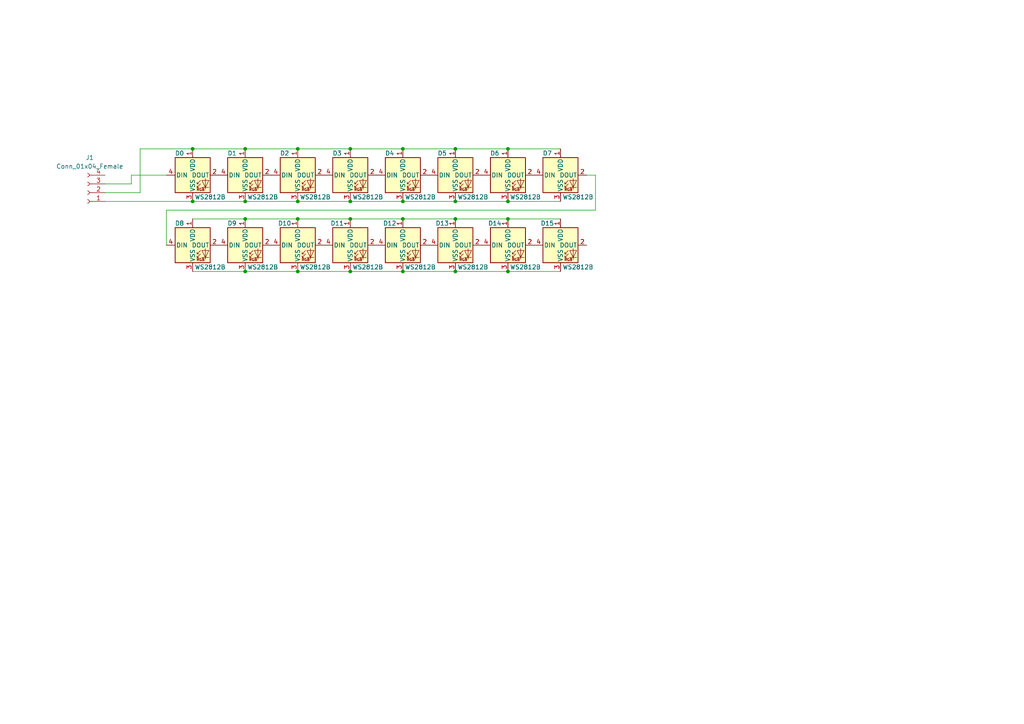
<source format=kicad_sch>
(kicad_sch (version 20211123) (generator eeschema)
  (paper "A4")
  (lib_symbols
    (symbol "Connector:Conn_01x04_Female" (pin_names (offset 1.016) hide)
      (property "Reference" "J" (at 0 5.08 0))
      (property "Value" "Conn_01x04_Female" (at 0 -7.62 0))
      (symbol "Conn_01x04_Female_1_1"
        (arc (start 0 -4.572) (mid -0.508 -5.08) (end 0 -5.588) (stroke (width 0.1524)))
        (arc (start 0 -2.032) (mid -0.508 -2.54) (end 0 -3.048) (stroke (width 0.1524)))
        (polyline (pts (xy -1.27 -5.08) (xy -0.508 -5.08)) (stroke (width 0.1524)))
        (polyline (pts (xy -1.27 -2.54) (xy -0.508 -2.54)) (stroke (width 0.1524)))
        (polyline (pts (xy -1.27 0) (xy -0.508 0)) (stroke (width 0.1524)))
        (polyline (pts (xy -1.27 2.54) (xy -0.508 2.54)) (stroke (width 0.1524)))
        (arc (start 0 0.508) (mid -0.508 0) (end 0 -0.508) (stroke (width 0.1524)))
        (arc (start 0 3.048) (mid -0.508 2.54) (end 0 2.032) (stroke (width 0.1524)))
        (pin passive line (at -5.08 2.54 0) (length 3.81) (name "Pin_1") (number "1"))
        (pin passive line (at -5.08 0 0) (length 3.81) (name "Pin_2") (number "2"))
        (pin passive line (at -5.08 -2.54 0) (length 3.81) (name "Pin_3") (number "3"))
        (pin passive line (at -5.08 -5.08 0) (length 3.81) (name "Pin_4") (number "4"))
      )
    )
    (symbol "LED:WS2812B" (pin_names (offset 0.254))
      (property "Reference" "D" (at 5.08 5.715 0))
      (property "Value" "WS2812B" (at 1.27 -5.715 0))
      (symbol "WS2812B_0_0"
        (text "RGB" (at 2.286 -4.191 0) (effects (font (size 0.762 0.762))))
      )
      (symbol "WS2812B_0_1"
        (polyline (pts (xy 1.27 -3.556) (xy 1.778 -3.556)))
        (polyline (pts (xy 1.27 -2.54) (xy 1.778 -2.54)))
        (polyline (pts (xy 4.699 -3.556) (xy 2.667 -3.556)))
        (polyline (pts (xy 2.286 -2.54) (xy 1.27 -3.556) (xy 1.27 -3.048)))
        (polyline (pts (xy 2.286 -1.524) (xy 1.27 -2.54) (xy 1.27 -2.032)))
        (polyline (pts (xy 3.683 -1.016) (xy 3.683 -3.556) (xy 3.683 -4.064)))
        (polyline (pts (xy 4.699 -1.524) (xy 2.667 -1.524) (xy 3.683 -3.556) (xy 4.699 -1.524)))
        (rectangle (start 5.08 5.08) (end -5.08 -5.08) (stroke (width 0.254)) (fill (type background)))
      )
      (symbol "WS2812B_1_1"
        (pin power_in line (at 0 7.62 270) (length 2.54) (name "VDD") (number "1"))
        (pin output line (at 7.62 0 180) (length 2.54) (name "DOUT") (number "2"))
        (pin power_in line (at 0 -7.62 90) (length 2.54) (name "VSS") (number "3"))
        (pin input line (at -7.62 0 0) (length 2.54) (name "DIN") (number "4"))
      )
    )
  )
  (junction (at 116.84 63.5))
  (junction (at 147.32 78.74))
  (junction (at 147.32 63.5))
  (junction (at 101.6 43.18))
  (junction (at 132.08 43.18))
  (junction (at 71.12 43.18))
  (junction (at 147.32 58.42))
  (junction (at 101.6 63.5))
  (junction (at 86.36 78.74))
  (junction (at 132.08 78.74))
  (junction (at 86.36 63.5))
  (junction (at 101.6 58.42))
  (junction (at 86.36 58.42))
  (junction (at 55.88 43.18))
  (junction (at 71.12 78.74))
  (junction (at 116.84 78.74))
  (junction (at 116.84 58.42))
  (junction (at 71.12 58.42))
  (junction (at 116.84 43.18))
  (junction (at 132.08 63.5))
  (junction (at 147.32 43.18))
  (junction (at 55.88 58.42))
  (junction (at 132.08 58.42))
  (junction (at 86.36 43.18))
  (junction (at 101.6 78.74))
  (junction (at 71.12 63.5))
  (wire (pts (xy 101.6 58.42) (xy 116.84 58.42)))
  (wire (pts (xy 147.32 58.42) (xy 162.56 58.42)))
  (wire (pts (xy 132.08 63.5) (xy 147.32 63.5)))
  (wire (pts (xy 71.12 63.5) (xy 86.36 63.5)))
  (wire (pts (xy 30.48 58.42) (xy 55.88 58.42)))
  (wire (pts (xy 86.36 58.42) (xy 101.6 58.42)))
  (wire (pts (xy 116.84 78.74) (xy 132.08 78.74)))
  (wire (pts (xy 30.48 55.88) (xy 40.64 55.88)))
  (wire (pts (xy 116.84 58.42) (xy 132.08 58.42)))
  (wire (pts (xy 38.1 50.8) (xy 48.26 50.8)))
  (wire (pts (xy 55.88 58.42) (xy 71.12 58.42)))
  (wire (pts (xy 71.12 43.18) (xy 86.36 43.18)))
  (wire (pts (xy 101.6 78.74) (xy 116.84 78.74)))
  (wire (pts (xy 86.36 63.5) (xy 101.6 63.5)))
  (wire (pts (xy 71.12 58.42) (xy 86.36 58.42)))
  (wire (pts (xy 132.08 78.74) (xy 147.32 78.74)))
  (wire (pts (xy 132.08 43.18) (xy 147.32 43.18)))
  (wire (pts (xy 132.08 58.42) (xy 147.32 58.42)))
  (wire (pts (xy 40.64 55.88) (xy 40.64 43.18)))
  (wire (pts (xy 55.88 78.74) (xy 71.12 78.74)))
  (wire (pts (xy 172.72 60.96) (xy 172.72 50.8)))
  (wire (pts (xy 86.36 78.74) (xy 101.6 78.74)))
  (wire (pts (xy 147.32 63.5) (xy 162.56 63.5)))
  (wire (pts (xy 40.64 43.18) (xy 55.88 43.18)))
  (wire (pts (xy 101.6 63.5) (xy 116.84 63.5)))
  (wire (pts (xy 48.26 71.12) (xy 48.26 60.96)))
  (wire (pts (xy 38.1 53.34) (xy 38.1 50.8)))
  (wire (pts (xy 101.6 43.18) (xy 116.84 43.18)))
  (wire (pts (xy 55.88 63.5) (xy 71.12 63.5)))
  (wire (pts (xy 116.84 63.5) (xy 132.08 63.5)))
  (wire (pts (xy 147.32 43.18) (xy 162.56 43.18)))
  (wire (pts (xy 55.88 43.18) (xy 71.12 43.18)))
  (wire (pts (xy 147.32 78.74) (xy 162.56 78.74)))
  (wire (pts (xy 71.12 78.74) (xy 86.36 78.74)))
  (wire (pts (xy 30.48 53.34) (xy 38.1 53.34)))
  (wire (pts (xy 116.84 43.18) (xy 132.08 43.18)))
  (wire (pts (xy 86.36 43.18) (xy 101.6 43.18)))
  (wire (pts (xy 48.26 60.96) (xy 172.72 60.96)))
  (wire (pts (xy 172.72 50.8) (xy 170.18 50.8)))
  (symbol (lib_id "LED:WS2812B") (at 116.84 71.12 0) (unit 1)
    (property "Reference" "D12" (at 113.03 64.77 0))
    (property "Value" "WS2812B" (at 121.92 77.47 0))
    (property "Footprint" "LED_SMD:LED_WS2812B_PLCC4_5.0x5.0mm_P3.2mm" (effects hide))
    (property "Datasheet" "https://cdn-shop.adafruit.com/datasheets/WS2812B.pdf" (effects hide))
  )
  (symbol (lib_id "LED:WS2812B") (at 132.08 71.12 0) (unit 1)
    (property "Reference" "D13" (at 128.27 64.77 0))
    (property "Value" "WS2812B" (at 137.16 77.47 0))
    (property "Footprint" "LED_SMD:LED_WS2812B_PLCC4_5.0x5.0mm_P3.2mm" (effects hide))
    (property "Datasheet" "https://cdn-shop.adafruit.com/datasheets/WS2812B.pdf" (effects hide))
  )
  (symbol (lib_id "LED:WS2812B") (at 162.56 50.8 0) (unit 1)
    (property "Reference" "D7" (at 158.75 44.45 0))
    (property "Value" "WS2812B" (at 167.64 57.15 0))
    (property "Footprint" "LED_SMD:LED_WS2812B_PLCC4_5.0x5.0mm_P3.2mm" (effects hide))
    (property "Datasheet" "https://cdn-shop.adafruit.com/datasheets/WS2812B.pdf" (effects hide))
  )
  (symbol (lib_id "LED:WS2812B") (at 162.56 71.12 0) (unit 1)
    (property "Reference" "D15" (at 158.75 64.77 0))
    (property "Value" "WS2812B" (at 167.64 77.47 0))
    (property "Footprint" "LED_SMD:LED_WS2812B_PLCC4_5.0x5.0mm_P3.2mm" (effects hide))
    (property "Datasheet" "https://cdn-shop.adafruit.com/datasheets/WS2812B.pdf" (effects hide))
  )
  (symbol (lib_id "LED:WS2812B") (at 101.6 50.8 0) (unit 1)
    (property "Reference" "D3" (at 97.79 44.45 0))
    (property "Value" "WS2812B" (at 106.68 57.15 0))
    (property "Footprint" "LED_SMD:LED_WS2812B_PLCC4_5.0x5.0mm_P3.2mm" (effects hide))
    (property "Datasheet" "https://cdn-shop.adafruit.com/datasheets/WS2812B.pdf" (effects hide))
  )
  (symbol (lib_id "LED:WS2812B") (at 55.88 50.8 0) (unit 1)
    (property "Reference" "D0" (at 52.07 44.45 0))
    (property "Value" "WS2812B" (at 60.96 57.15 0))
    (property "Footprint" "LED_SMD:LED_WS2812B_PLCC4_5.0x5.0mm_P3.2mm" (effects hide))
    (property "Datasheet" "https://cdn-shop.adafruit.com/datasheets/WS2812B.pdf" (effects hide))
  )
  (symbol (lib_id "Connector:Conn_01x04_Female") (at 25.4 55.88 180) (unit 1)
    (property "Reference" "J1" (at 26.035 45.72 0))
    (property "Value" "Conn_01x04_Female" (at 26.035 48.26 0))
    (property "Footprint" "Connector_PinSocket_2.54mm:PinSocket_1x04_P2.54mm_Vertical" (effects hide))
  )
  (symbol (lib_id "LED:WS2812B") (at 132.08 50.8 0) (unit 1)
    (property "Reference" "D5" (at 128.27 44.45 0))
    (property "Value" "WS2812B" (at 137.16 57.15 0))
    (property "Footprint" "LED_SMD:LED_WS2812B_PLCC4_5.0x5.0mm_P3.2mm" (effects hide))
    (property "Datasheet" "https://cdn-shop.adafruit.com/datasheets/WS2812B.pdf" (effects hide))
  )
  (symbol (lib_id "LED:WS2812B") (at 86.36 71.12 0) (unit 1)
    (property "Reference" "D10" (at 82.55 64.77 0))
    (property "Value" "WS2812B" (at 91.44 77.47 0))
    (property "Footprint" "LED_SMD:LED_WS2812B_PLCC4_5.0x5.0mm_P3.2mm" (effects hide))
    (property "Datasheet" "https://cdn-shop.adafruit.com/datasheets/WS2812B.pdf" (effects hide))
  )
  (symbol (lib_id "LED:WS2812B") (at 71.12 50.8 0) (unit 1)
    (property "Reference" "D1" (at 67.31 44.45 0))
    (property "Value" "WS2812B" (at 76.2 57.15 0))
    (property "Footprint" "LED_SMD:LED_WS2812B_PLCC4_5.0x5.0mm_P3.2mm" (effects hide))
    (property "Datasheet" "https://cdn-shop.adafruit.com/datasheets/WS2812B.pdf" (effects hide))
  )
  (symbol (lib_id "LED:WS2812B") (at 116.84 50.8 0) (unit 1)
    (property "Reference" "D4" (at 113.03 44.45 0))
    (property "Value" "WS2812B" (at 121.92 57.15 0))
    (property "Footprint" "LED_SMD:LED_WS2812B_PLCC4_5.0x5.0mm_P3.2mm" (effects hide))
    (property "Datasheet" "https://cdn-shop.adafruit.com/datasheets/WS2812B.pdf" (effects hide))
  )
  (symbol (lib_id "LED:WS2812B") (at 101.6 71.12 0) (unit 1)
    (property "Reference" "D11" (at 97.79 64.77 0))
    (property "Value" "WS2812B" (at 106.68 77.47 0))
    (property "Footprint" "LED_SMD:LED_WS2812B_PLCC4_5.0x5.0mm_P3.2mm" (effects hide))
    (property "Datasheet" "https://cdn-shop.adafruit.com/datasheets/WS2812B.pdf" (effects hide))
  )
  (symbol (lib_id "LED:WS2812B") (at 71.12 71.12 0) (unit 1)
    (property "Reference" "D9" (at 67.31 64.77 0))
    (property "Value" "WS2812B" (at 76.2 77.47 0))
    (property "Footprint" "LED_SMD:LED_WS2812B_PLCC4_5.0x5.0mm_P3.2mm" (effects hide))
    (property "Datasheet" "https://cdn-shop.adafruit.com/datasheets/WS2812B.pdf" (effects hide))
  )
  (symbol (lib_id "LED:WS2812B") (at 86.36 50.8 0) (unit 1)
    (property "Reference" "D2" (at 82.55 44.45 0))
    (property "Value" "WS2812B" (at 91.44 57.15 0))
    (property "Footprint" "LED_SMD:LED_WS2812B_PLCC4_5.0x5.0mm_P3.2mm" (effects hide))
    (property "Datasheet" "https://cdn-shop.adafruit.com/datasheets/WS2812B.pdf" (effects hide))
  )
  (symbol (lib_id "LED:WS2812B") (at 147.32 71.12 0) (unit 1)
    (property "Reference" "D14" (at 143.51 64.77 0))
    (property "Value" "WS2812B" (at 152.4 77.47 0))
    (property "Footprint" "LED_SMD:LED_WS2812B_PLCC4_5.0x5.0mm_P3.2mm" (effects hide))
    (property "Datasheet" "https://cdn-shop.adafruit.com/datasheets/WS2812B.pdf" (effects hide))
  )
  (symbol (lib_id "LED:WS2812B") (at 55.88 71.12 0) (unit 1)
    (property "Reference" "D8" (at 52.07 64.77 0))
    (property "Value" "WS2812B" (at 60.96 77.47 0))
    (property "Footprint" "LED_SMD:LED_WS2812B_PLCC4_5.0x5.0mm_P3.2mm" (effects hide))
    (property "Datasheet" "https://cdn-shop.adafruit.com/datasheets/WS2812B.pdf" (effects hide))
  )
  (symbol (lib_id "LED:WS2812B") (at 147.32 50.8 0) (unit 1)
    (property "Reference" "D6" (at 143.51 44.45 0))
    (property "Value" "WS2812B" (at 152.4 57.15 0))
    (property "Footprint" "LED_SMD:LED_WS2812B_PLCC4_5.0x5.0mm_P3.2mm" (effects hide))
    (property "Datasheet" "https://cdn-shop.adafruit.com/datasheets/WS2812B.pdf" (effects hide))
  )
)
</source>
